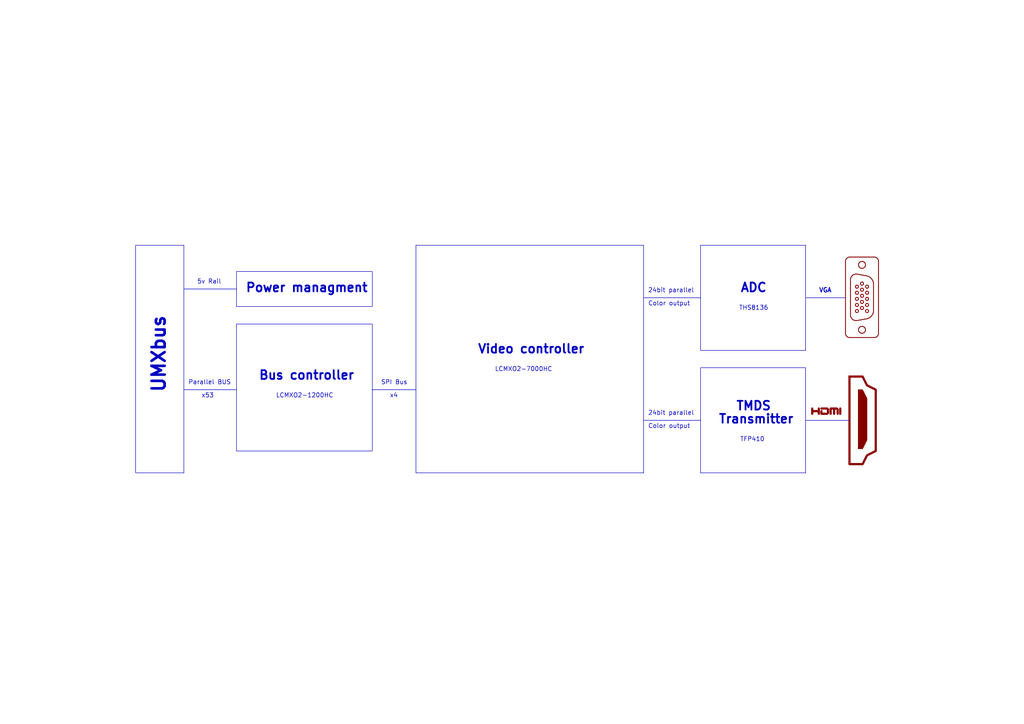
<source format=kicad_sch>
(kicad_sch (version 20220404) (generator eeschema)
  (paper "A4")
  (title_block (title "Video card overview") (date "2022-02-26") (rev "Rev 1.0"))
  (lib_symbols
    (symbol "Connector:HDMI_A" (pin_numbers hide) (pin_names hide))
    (symbol "EuroCard160mmX100mm_holes:Mounting_Hole_PAD-Mechanical" (pin_numbers hide) (pin_names (offset 1.016) hide)
      (property "Reference" "MK" (at 0 6.35 0))
      (property "Value" "Mounting_Hole_PAD-Mechanical" (at 0 4.445 0))
      (symbol "Mounting_Hole_PAD-Mechanical_1_1"
        (pin input line (at 0 -2.54 90) (length 2.54) (name "1") (number "1"))
      )
    )
    (symbol "VGA:LOGO" (pin_names (offset 1.016)))
  )
  (no_connect (at 24.13 248.92))
  (no_connect (at 24.13 233.68))
  (no_connect (at 24.13 241.3))
  (no_connect (at 24.13 226.06))
  (polyline (pts (xy 107.95 113.03) (xy 120.65 113.03)))
  (polyline (pts (xy 53.34 113.03) (xy 68.58 113.03)))
  (polyline (pts (xy 186.69 86.36) (xy 203.2 86.36)))
  (polyline (pts (xy 233.68 121.92) (xy 246.38 121.92)))
  (polyline (pts (xy 233.68 86.36) (xy 245.11 86.36)))
  (polyline (pts (xy 186.69 121.92) (xy 203.2 121.92)))
  (polyline (pts (xy 53.34 83.82) (xy 68.58 83.82)))
  (rectangle (start 68.58 93.98) (end 107.95 130.81) (stroke (width 0.1524)) (fill (type color) (color 255 255 255 1)))
  (rectangle (start 203.2 106.68) (end 233.68 137.16) (stroke (width 0.1524)) (fill (type color) (color 255 255 255 1)))
  (rectangle (start 68.58 78.74) (end 107.95 88.9) (stroke (width 0.1524)) (fill (type color) (color 255 255 255 1)))
  (rectangle (start 120.65 71.12) (end 186.69 137.16) (stroke (width 0.1524)) (fill (type color) (color 255 255 255 1)))
  (rectangle (start 203.2 71.12) (end 233.68 101.6) (stroke (width 0.1524)) (fill (type color) (color 255 255 255 1)))
  (rectangle (start 39.37 71.12) (end 53.34 137.16) (stroke (width 0.1524)) (fill (type color) (color 255 255 255 1)))
  (text "LCMXO2-7000HC" (at 143.51 107.95 0) (effects (font (size 1.27 1.27)) (justify left bottom)))
  (text "Video controller" (at 138.43 102.87 0) (effects (font (size 2.54 2.54) (thickness 0.508) bold) (justify left bottom)))
  (text "Bus controller" (at 74.93 110.49 0) (effects (font (size 2.54 2.54) (thickness 0.508) bold) (justify left bottom)))
  (text "VGA" (at 237.49 85.09 0) (effects (font (size 1.27 1.27) (thickness 0.254) bold) (justify left bottom)))
  (text "Color output" (at 187.96 124.46 0) (effects (font (size 1.27 1.27)) (justify left bottom)))
  (text "5v Rail" (at 57.15 82.55 0) (effects (font (size 1.27 1.27)) (justify left bottom)))
  (text "ADC" (at 214.63 85.09 0) (effects (font (size 2.54 2.54) (thickness 0.508) bold) (justify left bottom)))
  (text "Transmitter" (at 208.28 123.19 0) (effects (font (size 2.54 2.54) (thickness 0.508) bold) (justify left bottom)))
  (text "TMDS" (at 213.36 119.38 0) (effects (font (size 2.54 2.54) (thickness 0.508) bold) (justify left bottom)))
  (text "LCMXO2-1200HC" (at 80.01 115.57 0) (effects (font (size 1.27 1.27)) (justify left bottom)))
  (text "UMXbus" (at 48.26 114.3 90) (effects (font (size 3.81 3.81) (thickness 0.762) bold) (justify left bottom)))
  (text "x4" (at 113.03 115.57 0) (effects (font (size 1.27 1.27)) (justify left bottom)))
  (text "24bit parallel" (at 187.96 85.09 0) (effects (font (size 1.27 1.27)) (justify left bottom)))
  (text "TFP410" (at 214.63 128.27 0) (effects (font (size 1.27 1.27)) (justify left bottom)))
  (text "Color output" (at 187.96 88.9 0) (effects (font (size 1.27 1.27)) (justify left bottom)))
  (text "SPI Bus" (at 110.49 111.76 0) (effects (font (size 1.27 1.27)) (justify left bottom)))
  (text " THS8136" (at 213.36 90.17 0) (effects (font (size 1.27 1.27)) (justify left bottom)))
  (text "Power managment" (at 71.12 85.09 0) (effects (font (size 2.54 2.54) (thickness 0.508) bold) (justify left bottom)))
  (text "Parallel BUS" (at 54.61 111.76 0) (effects (font (size 1.27 1.27)) (justify left bottom)))
  (text "x53" (at 58.42 115.57 0) (effects (font (size 1.27 1.27)) (justify left bottom)))
  (text "24bit parallel" (at 187.96 120.65 0) (effects (font (size 1.27 1.27)) (justify left bottom)))
  (symbol (lib_id "EuroCard160mmX100mm_holes:Mounting_Hole_PAD-Mechanical") (at 24.13 223.52 0) (unit 1)
    (default_instance (reference "U") (unit 1) (value "") (footprint ""))
    (property "Reference" "MK1" (at 26.67 222.2246 0) (effects (justify left)))
    (property "Value" "Mounting_Hole_PAD" (at 26.67 224.536 0) (effects (justify left)))
    (property "Footprint" "Mounting_Holes:MountingHole_2.7mm" (effects hide))
  )
  (symbol (lib_id "EuroCard160mmX100mm_holes:Mounting_Hole_PAD-Mechanical") (at 24.13 231.14 0) (unit 1)
    (default_instance (reference "U") (unit 1) (value "") (footprint ""))
    (property "Reference" "MK2" (at 26.67 229.8446 0) (effects (justify left)))
    (property "Value" "Mounting_Hole_PAD" (at 26.67 232.156 0) (effects (justify left)))
    (property "Footprint" "Mounting_Holes:MountingHole_2.7mm" (effects hide))
  )
  (symbol (lib_id "EuroCard160mmX100mm_holes:Mounting_Hole_PAD-Mechanical") (at 24.13 238.76 0) (unit 1)
    (default_instance (reference "U") (unit 1) (value "") (footprint ""))
    (property "Reference" "MK3" (at 26.67 237.4646 0) (effects (justify left)))
    (property "Value" "Mounting_Hole_PAD" (at 26.67 239.776 0) (effects (justify left)))
    (property "Footprint" "Mounting_Holes:MountingHole_2.7mm" (effects hide))
  )
  (symbol (lib_id "EuroCard160mmX100mm_holes:Mounting_Hole_PAD-Mechanical") (at 24.13 246.38 0) (unit 1)
    (default_instance (reference "U") (unit 1) (value "") (footprint ""))
    (property "Reference" "MK4" (at 26.67 245.0846 0) (effects (justify left)))
    (property "Value" "Mounting_Hole_PAD" (at 26.67 247.396 0) (effects (justify left)))
    (property "Footprint" "Mounting_Holes:MountingHole_2.7mm" (effects hide))
  )
  (symbol (lib_id "VGA:LOGO") (at 250.19 86.36 90) (unit 1)
    (default_instance (reference "U") (unit 1) (value "") (footprint ""))
    (property "Reference" "#G1" (effects hide))
    (property "Value" "LOGO" (effects hide))
  )
  (symbol (lib_id "Connector:HDMI_A") (at 246.38 121.92 0) (unit 1) (in_bom no) (on_board no)
    (default_instance (reference "U") (unit 1) (value "") (footprint ""))
    (property "Reference" "J2" (effects hide))
    (property "Value" "HDMI_A" (effects hide))
    (property "Datasheet" "https://en.wikipedia.org/wiki/HDMI" (effects hide))
  )
  (sheet (at 111.76 218.44) (size 25.4 19.05) (stroke (width 0.1524))
    (property "Sheetname" "Power" (at 111.76 217.17 0) (effects (justify left bottom)))
    (property "Sheetfile" "schematics/power.kicad_sch" (effects hide))
  )
  (sheet (at 82.55 218.44) (size 25.4 19.05) (stroke (width 0.1524))
    (property "Sheetname" "Bus" (at 82.55 217.17 0) (effects (justify left bottom)))
    (property "Sheetfile" "schematics/bus.kicad_sch" (effects hide))
  )
  (sheet (at 199.39 218.44) (size 25.4 19.05) (stroke (width 0.1524))
    (property "Sheetname" "I2C Mux" (at 199.39 217.17 0) (effects (justify left bottom)))
    (property "Sheetfile" "schematics/i2c.kicad_sch" (effects hide))
  )
  (sheet (at 287.02 218.44) (size 25.4 19.05) (stroke (width 0.1524))
    (property "Sheetname" "Programming interface" (at 287.02 217.17 0) (effects (justify left bottom)))
    (property "Sheetfile" "schematics/isp.kicad_sch" (effects hide))
  )
  (sheet (at 170.18 218.44) (size 25.4 19.05) (stroke (width 0.1524))
    (property "Sheetname" "Video FPGA" (at 170.18 217.17 0) (effects (justify left bottom)))
    (property "Sheetfile" "schematics/video-fpga.kicad_sch" (effects hide))
  )
  (sheet (at 140.97 218.44) (size 25.4 19.05) (stroke (width 0.1524))
    (property "Sheetname" "Bus interface " (at 140.97 217.17 0) (effects (justify left bottom)))
    (property "Sheetfile" "schematics/bus-interface.kicad_sch" (effects hide))
  )
  (sheet (at 228.6 218.44) (size 25.4 19.05) (stroke (width 0.1524))
    (property "Sheetname" "VGA frontend" (at 228.6 217.17 0) (effects (justify left bottom)))
    (property "Sheetfile" "schematics/vga.kicad_sch" (effects hide))
  )
  (sheet (at 257.81 218.44) (size 25.4 19.05) (stroke (width 0.1524))
    (property "Sheetname" "HDMI frontend" (at 257.81 217.17 0) (effects (justify left bottom)))
    (property "Sheetfile" "schematics/hdmi.kicad_sch" (effects hide))
  )
)
</source>
